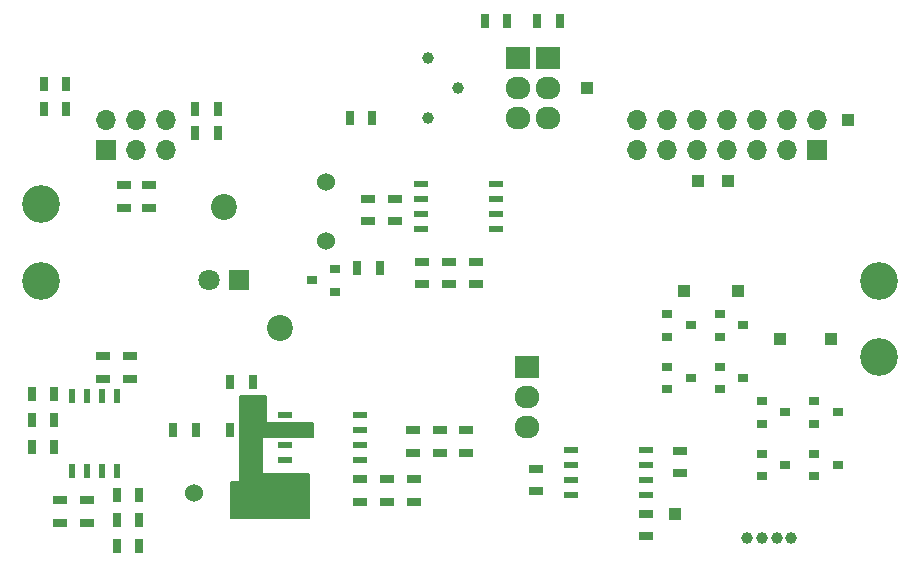
<source format=gbr>
G04 #@! TF.FileFunction,Soldermask,Top*
%FSLAX46Y46*%
G04 Gerber Fmt 4.6, Leading zero omitted, Abs format (unit mm)*
G04 Created by KiCad (PCBNEW 4.0.6-e0-6349~52~ubuntu17.04.1) date Thu Jul  6 18:27:12 2017*
%MOMM*%
%LPD*%
G01*
G04 APERTURE LIST*
%ADD10C,0.100000*%
%ADD11C,3.200000*%
%ADD12R,1.300000X0.700000*%
%ADD13R,0.700000X1.300000*%
%ADD14R,1.800000X1.800000*%
%ADD15C,1.800000*%
%ADD16C,1.524000*%
%ADD17C,1.000000*%
%ADD18R,2.100000X1.900000*%
%ADD19O,2.100000X1.900000*%
%ADD20R,0.900000X0.800000*%
%ADD21R,0.508000X1.143000*%
%ADD22R,1.143000X0.508000*%
%ADD23R,1.700000X1.700000*%
%ADD24O,1.700000X1.700000*%
%ADD25R,1.000000X1.000000*%
%ADD26C,2.200000*%
%ADD27C,0.200000*%
G04 APERTURE END LIST*
D10*
D11*
X109500000Y-103500000D03*
X180500000Y-116500000D03*
X109500000Y-110000000D03*
D12*
X146304000Y-108397000D03*
X146304000Y-110297000D03*
X136525000Y-126812000D03*
X136525000Y-128712000D03*
X138811000Y-126812000D03*
X138811000Y-128712000D03*
X141097000Y-126812000D03*
X141097000Y-128712000D03*
X140970000Y-122684500D03*
X140970000Y-124584500D03*
X143256000Y-122684500D03*
X143256000Y-124584500D03*
X145478500Y-122684500D03*
X145478500Y-124584500D03*
D13*
X109747000Y-95518000D03*
X111647000Y-95518000D03*
X110631000Y-121807000D03*
X108731000Y-121807000D03*
X115953500Y-128143000D03*
X117853500Y-128143000D03*
X124474000Y-97550000D03*
X122574000Y-97550000D03*
X110631000Y-124093000D03*
X108731000Y-124093000D03*
X115953500Y-130302000D03*
X117853500Y-130302000D03*
X110631000Y-119648000D03*
X108731000Y-119648000D03*
X115953500Y-132461000D03*
X117853500Y-132461000D03*
D12*
X116539000Y-103834000D03*
X116539000Y-101934000D03*
X151464000Y-125937000D03*
X151464000Y-127837000D03*
X160735000Y-129747000D03*
X160735000Y-131647000D03*
X163656000Y-124413000D03*
X163656000Y-126313000D03*
X141732000Y-108397000D03*
X141732000Y-110297000D03*
X144018000Y-108397000D03*
X144018000Y-110297000D03*
X139446000Y-103063000D03*
X139446000Y-104963000D03*
D14*
X126318000Y-109996000D03*
D15*
X123778000Y-109996000D03*
D16*
X133684000Y-101654000D03*
X133684000Y-106654000D03*
D17*
X169304000Y-131840000D03*
X170554000Y-131840000D03*
X173054000Y-131840000D03*
X171804000Y-131840000D03*
D18*
X150622000Y-117348000D03*
D19*
X150622000Y-119888000D03*
X150622000Y-122428000D03*
D18*
X149940000Y-91200000D03*
D19*
X149940000Y-93740000D03*
X149940000Y-96280000D03*
D18*
X152480000Y-91200000D03*
D19*
X152480000Y-93740000D03*
X152480000Y-96280000D03*
D20*
X174975000Y-120222000D03*
X174975000Y-122122000D03*
X176975000Y-121172000D03*
X174975000Y-124667000D03*
X174975000Y-126567000D03*
X176975000Y-125617000D03*
X166974000Y-112856000D03*
X166974000Y-114756000D03*
X168974000Y-113806000D03*
X166974000Y-117301000D03*
X166974000Y-119201000D03*
X168974000Y-118251000D03*
X170530000Y-120222000D03*
X170530000Y-122122000D03*
X172530000Y-121172000D03*
X170530000Y-124667000D03*
X170530000Y-126567000D03*
X172530000Y-125617000D03*
X162529000Y-112856000D03*
X162529000Y-114756000D03*
X164529000Y-113806000D03*
X162529000Y-117301000D03*
X162529000Y-119201000D03*
X164529000Y-118251000D03*
X134430000Y-110946000D03*
X134430000Y-109046000D03*
X132430000Y-109996000D03*
D13*
X109747000Y-93359000D03*
X111647000Y-93359000D03*
D12*
X113411000Y-128590000D03*
X113411000Y-130490000D03*
X111125000Y-128590000D03*
X111125000Y-130490000D03*
D13*
X124474000Y-95518000D03*
X122574000Y-95518000D03*
D12*
X118698000Y-103834000D03*
X118698000Y-101934000D03*
X114761000Y-118312000D03*
X114761000Y-116412000D03*
X117047000Y-118312000D03*
X117047000Y-116412000D03*
D13*
X136290000Y-108980000D03*
X138190000Y-108980000D03*
X135655000Y-96280000D03*
X137555000Y-96280000D03*
X148985000Y-88025000D03*
X147085000Y-88025000D03*
X153430000Y-88025000D03*
X151530000Y-88025000D03*
D12*
X137160000Y-103063000D03*
X137160000Y-104963000D03*
D17*
X142320000Y-96280000D03*
X142320000Y-91200000D03*
X144860000Y-93740000D03*
D21*
X112141000Y-119761000D03*
X113411000Y-119761000D03*
X114681000Y-119761000D03*
X115951000Y-119761000D03*
X115951000Y-126111000D03*
X114681000Y-126111000D03*
X113411000Y-126111000D03*
X112141000Y-126111000D03*
D22*
X160745000Y-124335000D03*
X160745000Y-125605000D03*
X160745000Y-126875000D03*
X160745000Y-128145000D03*
X154395000Y-128145000D03*
X154395000Y-126875000D03*
X154395000Y-125605000D03*
X154395000Y-124335000D03*
X141668500Y-105600500D03*
X141668500Y-104330500D03*
X141668500Y-103060500D03*
X141668500Y-101790500D03*
X148018500Y-101790500D03*
X148018500Y-103060500D03*
X148018500Y-104330500D03*
X148018500Y-105600500D03*
D23*
X115015000Y-98947000D03*
D24*
X115015000Y-96407000D03*
X117555000Y-98947000D03*
X117555000Y-96407000D03*
X120095000Y-98947000D03*
X120095000Y-96407000D03*
D23*
X175213000Y-98947000D03*
D24*
X175213000Y-96407000D03*
X172673000Y-98947000D03*
X172673000Y-96407000D03*
X170133000Y-98947000D03*
X170133000Y-96407000D03*
X167593000Y-98947000D03*
X167593000Y-96407000D03*
X165053000Y-98947000D03*
X165053000Y-96407000D03*
X162513000Y-98947000D03*
X162513000Y-96407000D03*
X159973000Y-98947000D03*
X159973000Y-96407000D03*
D11*
X180500000Y-110000000D03*
D16*
X130492500Y-128016000D03*
D25*
X155702000Y-93726000D03*
X176403000Y-114935000D03*
X172085000Y-114935000D03*
X168529000Y-110871000D03*
X163957000Y-110871000D03*
X163195000Y-129794000D03*
X165100000Y-101600000D03*
X167640000Y-101600000D03*
X177800000Y-96393000D03*
D16*
X127468000Y-128016000D03*
X122468000Y-128016000D03*
D26*
X129750000Y-114000000D03*
X125000000Y-103750000D03*
D13*
X127442000Y-122682000D03*
X125542000Y-122682000D03*
X120716000Y-122682000D03*
X122616000Y-122682000D03*
X125542000Y-118618000D03*
X127442000Y-118618000D03*
D22*
X136525000Y-121412000D03*
X136525000Y-122682000D03*
X136525000Y-123952000D03*
X136525000Y-125222000D03*
X130175000Y-125222000D03*
X130175000Y-123952000D03*
X130175000Y-122682000D03*
X130175000Y-121412000D03*
D27*
G36*
X128551000Y-121983500D02*
X128558879Y-122022406D01*
X128581273Y-122055181D01*
X128614654Y-122076661D01*
X128651000Y-122083500D01*
X132551500Y-122083500D01*
X132551500Y-123280500D01*
X128333500Y-123280500D01*
X128294594Y-123288379D01*
X128261819Y-123310773D01*
X128240339Y-123344154D01*
X128233500Y-123380500D01*
X128233500Y-126301500D01*
X128241379Y-126340406D01*
X128263773Y-126373181D01*
X128297154Y-126394661D01*
X128333500Y-126401500D01*
X132234000Y-126401500D01*
X132234000Y-130075000D01*
X125639500Y-130075000D01*
X125639500Y-127036500D01*
X126301500Y-127036500D01*
X126340406Y-127028621D01*
X126373181Y-127006227D01*
X126394661Y-126972846D01*
X126401500Y-126936500D01*
X126401500Y-119797500D01*
X128551000Y-119797500D01*
X128551000Y-121983500D01*
X128551000Y-121983500D01*
G37*
X128551000Y-121983500D02*
X128558879Y-122022406D01*
X128581273Y-122055181D01*
X128614654Y-122076661D01*
X128651000Y-122083500D01*
X132551500Y-122083500D01*
X132551500Y-123280500D01*
X128333500Y-123280500D01*
X128294594Y-123288379D01*
X128261819Y-123310773D01*
X128240339Y-123344154D01*
X128233500Y-123380500D01*
X128233500Y-126301500D01*
X128241379Y-126340406D01*
X128263773Y-126373181D01*
X128297154Y-126394661D01*
X128333500Y-126401500D01*
X132234000Y-126401500D01*
X132234000Y-130075000D01*
X125639500Y-130075000D01*
X125639500Y-127036500D01*
X126301500Y-127036500D01*
X126340406Y-127028621D01*
X126373181Y-127006227D01*
X126394661Y-126972846D01*
X126401500Y-126936500D01*
X126401500Y-119797500D01*
X128551000Y-119797500D01*
X128551000Y-121983500D01*
M02*

</source>
